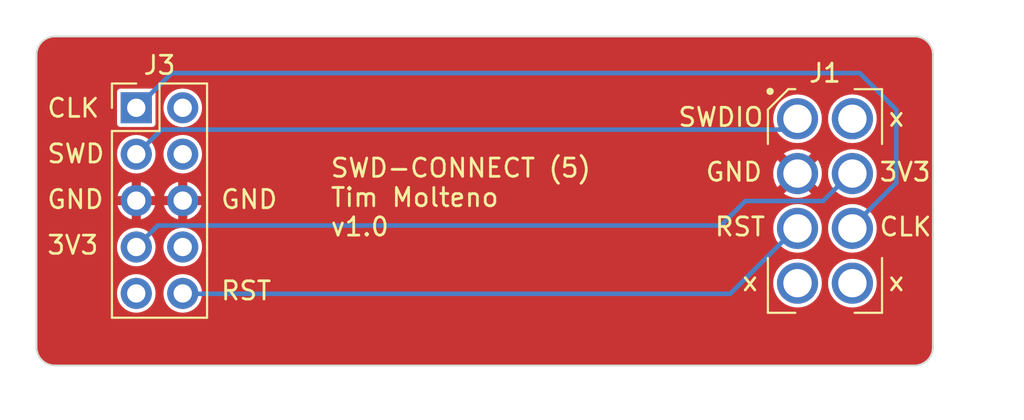
<source format=kicad_pcb>
(kicad_pcb (version 20221018) (generator pcbnew)
  (layers (0 "F.Cu" signal) (31 "B.Cu" signal) (34 "B.Paste" user) (35 "F.Paste" user) (36 "B.SilkS" user "B.Silkscreen") (37 "F.SilkS" user "F.Silkscreen") (38 "B.Mask" user) (39 "F.Mask" user) (44 "Edge.Cuts" user))
  (net 0 "")
  (net 1 "Net-(J1-SWD)")
  (net 2 "Net-(J1-3V3)")
  (net 3 "Net-(J1-RST)")
  (net 4 "Net-(J1-SWCLK)")
  (net 5 "GND")
  (footprint "swd-connect:swd-connect-5-programmer" (layer "F.Cu") (at 159.1 70)
    (fp_text reference "J1" (at 0 -7) (layer "F.SilkS"))
    (fp_text value "swd-connect-5")
    (fp_line (start -3.12 -5) (end -3.12 -3.12) (stroke (width 0.12)) (layer "F.SilkS"))
    (fp_line (start -3.12 6.12) (end -3.12 3.12) (stroke (width 0.12)) (layer "F.SilkS"))
    (fp_line (start -2 -6.12) (end -3.12 -5) (stroke (width 0.12)) (layer "F.SilkS"))
    (fp_line (start -1.62 -6.12) (end -2 -6.12) (stroke (width 0.12)) (layer "F.SilkS"))
    (fp_line (start -1.62 6.12) (end -3.12 6.12) (stroke (width 0.12)) (layer "F.SilkS"))
    (fp_line (start 1.62 -6.12) (end 3.12 -6.12) (stroke (width 0.12)) (layer "F.SilkS"))
    (fp_line (start 1.62 6.12) (end 3.12 6.12) (stroke (width 0.12)) (layer "F.SilkS"))
    (fp_line (start 3.12 -6.12) (end 3.12 -3.12) (stroke (width 0.12)) (layer "F.SilkS"))
    (fp_line (start 3.12 6.12) (end 3.12 3.12) (stroke (width 0.12)) (layer "F.SilkS"))
    (fp_circle (center -3 -6) (end -3 -5.9) (stroke (width 0.2)) (fill none) (layer "F.SilkS"))
    (pad "" np_thru_hole circle (at -1.5 4.5) (size 2.25 2.25) (drill 1.55) (layers "F&B.Cu" "*.Mask"))
    (pad "" np_thru_hole circle (at 1.5 -4.5) (size 2.25 2.25) (drill 1.55) (layers "F&B.Cu" "*.Mask"))
    (pad "" np_thru_hole circle (at 1.5 4.5) (size 2.25 2.25) (drill 1.55) (layers "F&B.Cu" "*.Mask"))
    (pad "1" thru_hole circle (at -1.5 -4.5) (size 2.25 2.25) (drill 1.55) (layers "*.Cu" "*.Mask") (net 1 "Net-(J1-SWD)"))
    (pad "2" thru_hole circle (at -1.5 -1.5) (size 2.25 2.25) (drill 1.55) (layers "*.Cu" "*.Mask") (net 5 "GND"))
    (pad "3" thru_hole circle (at 1.5 -1.5) (size 2.25 2.25) (drill 1.55) (layers "*.Cu" "*.Mask") (net 2 "Net-(J1-3V3)"))
    (pad "4" thru_hole circle (at -1.5 1.5) (size 2.25 2.25) (drill 1.55) (layers "*.Cu" "*.Mask") (net 3 "Net-(J1-RST)"))
    (pad "5" thru_hole circle (at 1.5 1.5) (size 2.25 2.25) (drill 1.55) (layers "*.Cu" "*.Mask") (net 4 "Net-(J1-SWCLK)"))
  )
  (footprint "Connector_PinHeader_2.54mm:PinHeader_2x05_P2.54mm_Vertical" (layer "F.Cu") (at 121.45 64.9)
    (fp_text reference "J3" (at 1.27 -2.33) (layer "F.SilkS"))
    (fp_text value "Link-E Receptacle")
    (fp_line (start -1.33 -1.33) (end 0 -1.33) (stroke (width 0.12)) (layer "F.SilkS"))
    (fp_line (start -1.33 0) (end -1.33 -1.33) (stroke (width 0.12)) (layer "F.SilkS"))
    (fp_line (start -1.33 1.27) (end -1.33 11.49) (stroke (width 0.12)) (layer "F.SilkS"))
    (fp_line (start -1.33 1.27) (end 1.27 1.27) (stroke (width 0.12)) (layer "F.SilkS"))
    (fp_line (start -1.33 11.49) (end 3.87 11.49) (stroke (width 0.12)) (layer "F.SilkS"))
    (fp_line (start 1.27 -1.33) (end 3.87 -1.33) (stroke (width 0.12)) (layer "F.SilkS"))
    (fp_line (start 1.27 1.27) (end 1.27 -1.33) (stroke (width 0.12)) (layer "F.SilkS"))
    (fp_line (start 3.87 -1.33) (end 3.87 11.49) (stroke (width 0.12)) (layer "F.SilkS"))
    (pad "1" thru_hole rect (at 0 0) (size 1.7 1.7) (drill 1) (layers "*.Cu" "*.Mask") (net 4 "Net-(J1-SWCLK)"))
    (pad "2" thru_hole oval (at 2.54 0) (size 1.7 1.7) (drill 1) (layers "*.Cu" "*.Mask"))
    (pad "3" thru_hole oval (at 0 2.54) (size 1.7 1.7) (drill 1) (layers "*.Cu" "*.Mask") (net 1 "Net-(J1-SWD)"))
    (pad "4" thru_hole oval (at 2.54 2.54) (size 1.7 1.7) (drill 1) (layers "*.Cu" "*.Mask"))
    (pad "5" thru_hole oval (at 0 5.08) (size 1.7 1.7) (drill 1) (layers "*.Cu" "*.Mask") (net 5 "GND"))
    (pad "6" thru_hole oval (at 2.54 5.08) (size 1.7 1.7) (drill 1) (layers "*.Cu" "*.Mask") (net 5 "GND"))
    (pad "7" thru_hole oval (at 0 7.62) (size 1.7 1.7) (drill 1) (layers "*.Cu" "*.Mask") (net 2 "Net-(J1-3V3)"))
    (pad "8" thru_hole oval (at 2.54 7.62) (size 1.7 1.7) (drill 1) (layers "*.Cu" "*.Mask"))
    (pad "9" thru_hole oval (at 0 10.16) (size 1.7 1.7) (drill 1) (layers "*.Cu" "*.Mask"))
    (pad "10" thru_hole oval (at 2.54 10.16) (size 1.7 1.7) (drill 1) (layers "*.Cu" "*.Mask") (net 3 "Net-(J1-RST)"))
  )
  (gr_line (start 164 79) (end 117 79) (stroke (width 0.1)) (layer "Edge.Cuts"))
  (gr_line (start 117 61) (end 164 61) (stroke (width 0.1)) (layer "Edge.Cuts"))
  (gr_arc (start 165 78) (mid 164.707107 78.707107) (end 164 79) (stroke (width 0.1)) (layer "Edge.Cuts"))
  (gr_arc (start 117 79) (mid 116.292893 78.707107) (end 116 78) (stroke (width 0.1)) (layer "Edge.Cuts"))
  (gr_arc (start 116 62) (mid 116.292893 61.292893) (end 117 61) (stroke (width 0.1)) (layer "Edge.Cuts"))
  (gr_line (start 165 62) (end 165 78) (stroke (width 0.1)) (layer "Edge.Cuts"))
  (gr_line (start 116 78) (end 116 62) (stroke (width 0.1)) (layer "Edge.Cuts"))
  (gr_arc (start 164 61) (mid 164.707107 61.292893) (end 165 62) (stroke (width 0.1)) (layer "Edge.Cuts"))
  (gr_text "RST" (at 126 75.5) (layer "F.SilkS") (effects (font (size 1 1)) (justify left bottom)))
  (gr_text "x" (at 162.5 75) (layer "F.SilkS") (effects (font (size 1 1)) (justify left bottom)))
  (gr_text "CLK" (at 162 72) (layer "F.SilkS") (effects (font (size 1 1)) (justify left bottom)))
  (gr_text "RST" (at 153 72) (layer "F.SilkS") (effects (font (size 1 1)) (justify left bottom)))
  (gr_text "CLK" (at 116.5 65.5) (layer "F.SilkS") (effects (font (size 1 1)) (justify left bottom)))
  (gr_text "SWD-CONNECT (5)\nTim Molteno\nv1.0" (at 132 72) (layer "F.SilkS") (effects (font (size 1 1)) (justify left bottom)))
  (gr_text "x" (at 162.5 66) (layer "F.SilkS") (effects (font (size 1 1)) (justify left bottom)))
  (gr_text "3V3" (at 162 69) (layer "F.SilkS") (effects (font (size 1 1)) (justify left bottom)))
  (gr_text "GND" (at 116.5 70.5) (layer "F.SilkS") (effects (font (size 1 1)) (justify left bottom)))
  (gr_text "GND" (at 152.5 69) (layer "F.SilkS") (effects (font (size 1 1)) (justify left bottom)))
  (gr_text "SWD" (at 116.5 68) (layer "F.SilkS") (effects (font (size 1 1)) (justify left bottom)))
  (gr_text "x" (at 154.5 75) (layer "F.SilkS") (effects (font (size 1 1)) (justify left bottom)))
  (gr_text "GND" (at 126 70.5) (layer "F.SilkS") (effects (font (size 1 1)) (justify left bottom)))
  (gr_text "SWDIO" (at 151 66) (layer "F.SilkS") (effects (font (size 1 1)) (justify left bottom)))
  (gr_text "3V3" (at 116.5 73) (layer "F.SilkS") (effects (font (size 1 1)) (justify left bottom)))
  (segment (start 122.825 66.095) (end 156.905 66.095) (width 0.25) (layer "B.Cu") (net 1))
  (segment (start 156.905 66.095) (end 157.5 65.5) (width 0.25) (layer "B.Cu") (net 1))
  (segment (start 121.46 67.46) (end 122.825 66.095) (width 0.25) (layer "B.Cu") (net 1))
  (segment (start 154.75 70) (end 159 70) (width 0.25) (layer "B.Cu") (net 2))
  (segment (start 153.405 71.345) (end 154.75 70) (width 0.25) (layer "B.Cu") (net 2))
  (segment (start 121.45 72.52) (end 122.625 71.345) (width 0.25) (layer "B.Cu") (net 2))
  (segment (start 122.625 71.345) (end 153.405 71.345) (width 0.25) (layer "B.Cu") (net 2))
  (segment (start 159 70) (end 160.5 68.5) (width 0.25) (layer "B.Cu") (net 2))
  (segment (start 124 75.08) (end 153.92 75.08) (width 0.25) (layer "B.Cu") (net 3))
  (segment (start 153.92 75.08) (end 157.5 71.5) (width 0.25) (layer "B.Cu") (net 3))
  (segment (start 163 65) (end 163 69) (width 0.25) (layer "B.Cu") (net 4))
  (segment (start 121.46 64.92) (end 123.38 63) (width 0.25) (layer "B.Cu") (net 4))
  (segment (start 161 63) (end 163 65) (width 0.25) (layer "B.Cu") (net 4))
  (segment (start 163 69) (end 160.5 71.5) (width 0.25) (layer "B.Cu") (net 4))
  (segment (start 123.38 63) (end 161 63) (width 0.25) (layer "B.Cu") (net 4))
  (zone (net 5) (net_name "GND") (layer "F.Cu") (connect_pads (clearance 0.2)) (min_thickness 0.2) (fill yes (thermal_gap 0.2) (thermal_bridge_width 0.5))
    (polygon (pts (xy 114 59) (xy 170 59) (xy 170 82) (xy 114 82)))
  )
)
</source>
